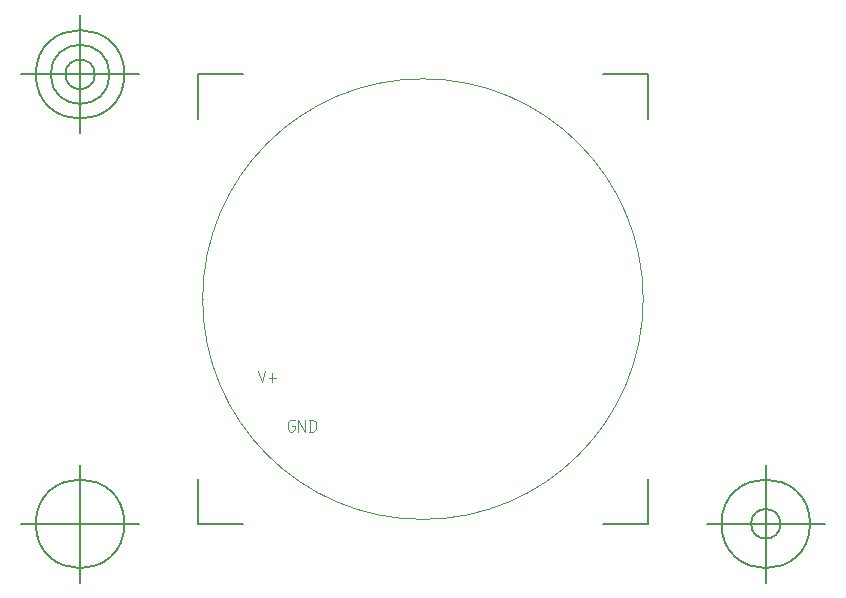
<source format=gbr>
G04 Generated by Ultiboard 13.0 *
%FSLAX34Y34*%
%MOMM*%

%ADD10C,0.0001*%
%ADD11C,0.0933*%
%ADD12C,0.1500*%
%ADD13C,0.0010*%


G04 ColorRGB CCFFCC for the following layer *
%LNSilkscreen Top*%
%LPD*%
G54D10*
G54D11*
X271196Y531800D02*
X274182Y521800D01*
X277169Y531800D01*
X280156Y525800D02*
X286129Y525800D01*
X283142Y529800D02*
X283142Y521800D01*
X300178Y485000D02*
X302169Y485000D01*
X302169Y482000D01*
X300178Y480000D01*
X298187Y480000D01*
X296196Y482000D01*
X296196Y488000D01*
X298187Y490000D01*
X302169Y490000D01*
X305156Y480000D02*
X305156Y490000D01*
X311129Y480000D01*
X311129Y490000D01*
X314116Y480000D02*
X318098Y480000D01*
X320089Y482000D01*
X320089Y488000D01*
X318098Y490000D01*
X314116Y490000D01*
X315111Y490000D02*
X315111Y480000D01*
G54D12*
X220485Y402035D02*
X220485Y440088D01*
X220485Y402035D02*
X258538Y402035D01*
X601015Y402035D02*
X562962Y402035D01*
X601015Y402035D02*
X601015Y440088D01*
X601015Y782565D02*
X601015Y744512D01*
X601015Y782565D02*
X562962Y782565D01*
X220485Y782565D02*
X258538Y782565D01*
X220485Y782565D02*
X220485Y744512D01*
X170485Y402035D02*
X70485Y402035D01*
X120485Y352035D02*
X120485Y452035D01*
X82985Y402035D02*
G75*
D01*
G02X82985Y402035I37500J0*
G01*
X651015Y402035D02*
X751015Y402035D01*
X701015Y352035D02*
X701015Y452035D01*
X663515Y402035D02*
G75*
D01*
G02X663515Y402035I37500J0*
G01*
X688515Y402035D02*
G75*
D01*
G02X688515Y402035I12500J0*
G01*
X170485Y782565D02*
X70485Y782565D01*
X120485Y732565D02*
X120485Y832565D01*
X82985Y782565D02*
G75*
D01*
G02X82985Y782565I37500J0*
G01*
X95485Y782565D02*
G75*
D01*
G02X95485Y782565I25000J0*
G01*
X107985Y782565D02*
G75*
D01*
G02X107985Y782565I12500J0*
G01*
X220485Y402035D02*
X220485Y440088D01*
X220485Y402035D02*
X258538Y402035D01*
X601015Y402035D02*
X562962Y402035D01*
X601015Y402035D02*
X601015Y440088D01*
X601015Y782565D02*
X601015Y744512D01*
X601015Y782565D02*
X562962Y782565D01*
X220485Y782565D02*
X258538Y782565D01*
X220485Y782565D02*
X220485Y744512D01*
X170485Y402035D02*
X70485Y402035D01*
X120485Y352035D02*
X120485Y452035D01*
X82985Y402035D02*
G75*
D01*
G02X82985Y402035I37500J0*
G01*
X651015Y402035D02*
X751015Y402035D01*
X701015Y352035D02*
X701015Y452035D01*
X663515Y402035D02*
G75*
D01*
G02X663515Y402035I37500J0*
G01*
X688515Y402035D02*
G75*
D01*
G02X688515Y402035I12500J0*
G01*
X170485Y782565D02*
X70485Y782565D01*
X120485Y732565D02*
X120485Y832565D01*
X82985Y782565D02*
G75*
D01*
G02X82985Y782565I37500J0*
G01*
X95485Y782565D02*
G75*
D01*
G02X95485Y782565I25000J0*
G01*
X107985Y782565D02*
G75*
D01*
G02X107985Y782565I12500J0*
G01*
G54D13*
X224255Y592300D02*
G75*
D01*
G02X224255Y592300I186495J0*
G01*

M02*

</source>
